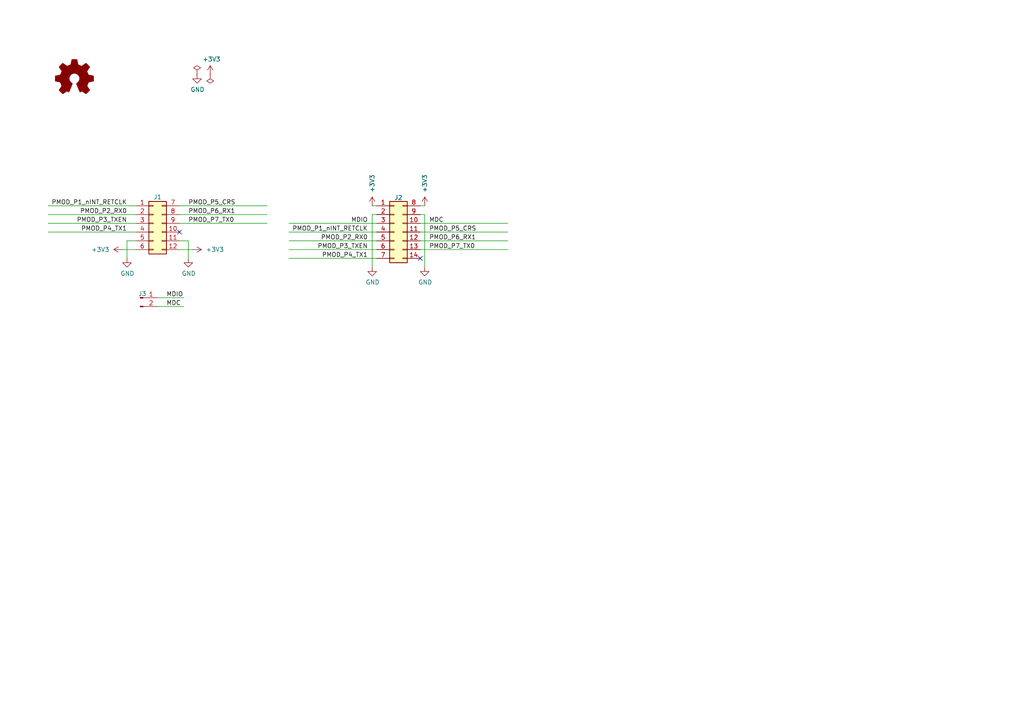
<source format=kicad_sch>
(kicad_sch (version 20230121) (generator eeschema)

  (uuid e63e39d7-6ac0-4ffd-8aa3-1841a4541b55)

  (paper "A4")

  (title_block
    (title "Pmod Matrix LED module")
    (date "2023-03-12")
    (rev "Rev.B")
    (company "Kenta IDA")
  )

  (lib_symbols
    (symbol "Connector:Conn_01x02_Pin" (pin_names (offset 1.016) hide) (in_bom yes) (on_board yes)
      (property "Reference" "J" (at 0 2.54 0)
        (effects (font (size 1.27 1.27)))
      )
      (property "Value" "Conn_01x02_Pin" (at 0 -5.08 0)
        (effects (font (size 1.27 1.27)))
      )
      (property "Footprint" "" (at 0 0 0)
        (effects (font (size 1.27 1.27)) hide)
      )
      (property "Datasheet" "~" (at 0 0 0)
        (effects (font (size 1.27 1.27)) hide)
      )
      (property "ki_locked" "" (at 0 0 0)
        (effects (font (size 1.27 1.27)))
      )
      (property "ki_keywords" "connector" (at 0 0 0)
        (effects (font (size 1.27 1.27)) hide)
      )
      (property "ki_description" "Generic connector, single row, 01x02, script generated" (at 0 0 0)
        (effects (font (size 1.27 1.27)) hide)
      )
      (property "ki_fp_filters" "Connector*:*_1x??_*" (at 0 0 0)
        (effects (font (size 1.27 1.27)) hide)
      )
      (symbol "Conn_01x02_Pin_1_1"
        (polyline
          (pts
            (xy 1.27 -2.54)
            (xy 0.8636 -2.54)
          )
          (stroke (width 0.1524) (type default))
          (fill (type none))
        )
        (polyline
          (pts
            (xy 1.27 0)
            (xy 0.8636 0)
          )
          (stroke (width 0.1524) (type default))
          (fill (type none))
        )
        (rectangle (start 0.8636 -2.413) (end 0 -2.667)
          (stroke (width 0.1524) (type default))
          (fill (type outline))
        )
        (rectangle (start 0.8636 0.127) (end 0 -0.127)
          (stroke (width 0.1524) (type default))
          (fill (type outline))
        )
        (pin passive line (at 5.08 0 180) (length 3.81)
          (name "Pin_1" (effects (font (size 1.27 1.27))))
          (number "1" (effects (font (size 1.27 1.27))))
        )
        (pin passive line (at 5.08 -2.54 180) (length 3.81)
          (name "Pin_2" (effects (font (size 1.27 1.27))))
          (number "2" (effects (font (size 1.27 1.27))))
        )
      )
    )
    (symbol "Connector_Generic:Conn_02x06_Top_Bottom" (pin_names (offset 1.016) hide) (in_bom yes) (on_board yes)
      (property "Reference" "J" (at 1.27 7.62 0)
        (effects (font (size 1.27 1.27)))
      )
      (property "Value" "Conn_02x06_Top_Bottom" (at 1.27 -10.16 0)
        (effects (font (size 1.27 1.27)))
      )
      (property "Footprint" "" (at 0 0 0)
        (effects (font (size 1.27 1.27)) hide)
      )
      (property "Datasheet" "~" (at 0 0 0)
        (effects (font (size 1.27 1.27)) hide)
      )
      (property "ki_keywords" "connector" (at 0 0 0)
        (effects (font (size 1.27 1.27)) hide)
      )
      (property "ki_description" "Generic connector, double row, 02x06, top/bottom pin numbering scheme (row 1: 1...pins_per_row, row2: pins_per_row+1 ... num_pins), script generated (kicad-library-utils/schlib/autogen/connector/)" (at 0 0 0)
        (effects (font (size 1.27 1.27)) hide)
      )
      (property "ki_fp_filters" "Connector*:*_2x??_*" (at 0 0 0)
        (effects (font (size 1.27 1.27)) hide)
      )
      (symbol "Conn_02x06_Top_Bottom_1_1"
        (rectangle (start -1.27 -7.493) (end 0 -7.747)
          (stroke (width 0.1524) (type default))
          (fill (type none))
        )
        (rectangle (start -1.27 -4.953) (end 0 -5.207)
          (stroke (width 0.1524) (type default))
          (fill (type none))
        )
        (rectangle (start -1.27 -2.413) (end 0 -2.667)
          (stroke (width 0.1524) (type default))
          (fill (type none))
        )
        (rectangle (start -1.27 0.127) (end 0 -0.127)
          (stroke (width 0.1524) (type default))
          (fill (type none))
        )
        (rectangle (start -1.27 2.667) (end 0 2.413)
          (stroke (width 0.1524) (type default))
          (fill (type none))
        )
        (rectangle (start -1.27 5.207) (end 0 4.953)
          (stroke (width 0.1524) (type default))
          (fill (type none))
        )
        (rectangle (start -1.27 6.35) (end 3.81 -8.89)
          (stroke (width 0.254) (type default))
          (fill (type background))
        )
        (rectangle (start 3.81 -7.493) (end 2.54 -7.747)
          (stroke (width 0.1524) (type default))
          (fill (type none))
        )
        (rectangle (start 3.81 -4.953) (end 2.54 -5.207)
          (stroke (width 0.1524) (type default))
          (fill (type none))
        )
        (rectangle (start 3.81 -2.413) (end 2.54 -2.667)
          (stroke (width 0.1524) (type default))
          (fill (type none))
        )
        (rectangle (start 3.81 0.127) (end 2.54 -0.127)
          (stroke (width 0.1524) (type default))
          (fill (type none))
        )
        (rectangle (start 3.81 2.667) (end 2.54 2.413)
          (stroke (width 0.1524) (type default))
          (fill (type none))
        )
        (rectangle (start 3.81 5.207) (end 2.54 4.953)
          (stroke (width 0.1524) (type default))
          (fill (type none))
        )
        (pin passive line (at -5.08 5.08 0) (length 3.81)
          (name "Pin_1" (effects (font (size 1.27 1.27))))
          (number "1" (effects (font (size 1.27 1.27))))
        )
        (pin passive line (at 7.62 -2.54 180) (length 3.81)
          (name "Pin_10" (effects (font (size 1.27 1.27))))
          (number "10" (effects (font (size 1.27 1.27))))
        )
        (pin passive line (at 7.62 -5.08 180) (length 3.81)
          (name "Pin_11" (effects (font (size 1.27 1.27))))
          (number "11" (effects (font (size 1.27 1.27))))
        )
        (pin passive line (at 7.62 -7.62 180) (length 3.81)
          (name "Pin_12" (effects (font (size 1.27 1.27))))
          (number "12" (effects (font (size 1.27 1.27))))
        )
        (pin passive line (at -5.08 2.54 0) (length 3.81)
          (name "Pin_2" (effects (font (size 1.27 1.27))))
          (number "2" (effects (font (size 1.27 1.27))))
        )
        (pin passive line (at -5.08 0 0) (length 3.81)
          (name "Pin_3" (effects (font (size 1.27 1.27))))
          (number "3" (effects (font (size 1.27 1.27))))
        )
        (pin passive line (at -5.08 -2.54 0) (length 3.81)
          (name "Pin_4" (effects (font (size 1.27 1.27))))
          (number "4" (effects (font (size 1.27 1.27))))
        )
        (pin passive line (at -5.08 -5.08 0) (length 3.81)
          (name "Pin_5" (effects (font (size 1.27 1.27))))
          (number "5" (effects (font (size 1.27 1.27))))
        )
        (pin passive line (at -5.08 -7.62 0) (length 3.81)
          (name "Pin_6" (effects (font (size 1.27 1.27))))
          (number "6" (effects (font (size 1.27 1.27))))
        )
        (pin passive line (at 7.62 5.08 180) (length 3.81)
          (name "Pin_7" (effects (font (size 1.27 1.27))))
          (number "7" (effects (font (size 1.27 1.27))))
        )
        (pin passive line (at 7.62 2.54 180) (length 3.81)
          (name "Pin_8" (effects (font (size 1.27 1.27))))
          (number "8" (effects (font (size 1.27 1.27))))
        )
        (pin passive line (at 7.62 0 180) (length 3.81)
          (name "Pin_9" (effects (font (size 1.27 1.27))))
          (number "9" (effects (font (size 1.27 1.27))))
        )
      )
    )
    (symbol "Connector_Generic:Conn_02x07_Top_Bottom" (pin_names (offset 1.016) hide) (in_bom yes) (on_board yes)
      (property "Reference" "J" (at 1.27 10.16 0)
        (effects (font (size 1.27 1.27)))
      )
      (property "Value" "Conn_02x07_Top_Bottom" (at 1.27 -10.16 0)
        (effects (font (size 1.27 1.27)))
      )
      (property "Footprint" "" (at 0 0 0)
        (effects (font (size 1.27 1.27)) hide)
      )
      (property "Datasheet" "~" (at 0 0 0)
        (effects (font (size 1.27 1.27)) hide)
      )
      (property "ki_keywords" "connector" (at 0 0 0)
        (effects (font (size 1.27 1.27)) hide)
      )
      (property "ki_description" "Generic connector, double row, 02x07, top/bottom pin numbering scheme (row 1: 1...pins_per_row, row2: pins_per_row+1 ... num_pins), script generated (kicad-library-utils/schlib/autogen/connector/)" (at 0 0 0)
        (effects (font (size 1.27 1.27)) hide)
      )
      (property "ki_fp_filters" "Connector*:*_2x??_*" (at 0 0 0)
        (effects (font (size 1.27 1.27)) hide)
      )
      (symbol "Conn_02x07_Top_Bottom_1_1"
        (rectangle (start -1.27 -7.493) (end 0 -7.747)
          (stroke (width 0.1524) (type default))
          (fill (type none))
        )
        (rectangle (start -1.27 -4.953) (end 0 -5.207)
          (stroke (width 0.1524) (type default))
          (fill (type none))
        )
        (rectangle (start -1.27 -2.413) (end 0 -2.667)
          (stroke (width 0.1524) (type default))
          (fill (type none))
        )
        (rectangle (start -1.27 0.127) (end 0 -0.127)
          (stroke (width 0.1524) (type default))
          (fill (type none))
        )
        (rectangle (start -1.27 2.667) (end 0 2.413)
          (stroke (width 0.1524) (type default))
          (fill (type none))
        )
        (rectangle (start -1.27 5.207) (end 0 4.953)
          (stroke (width 0.1524) (type default))
          (fill (type none))
        )
        (rectangle (start -1.27 7.747) (end 0 7.493)
          (stroke (width 0.1524) (type default))
          (fill (type none))
        )
        (rectangle (start -1.27 8.89) (end 3.81 -8.89)
          (stroke (width 0.254) (type default))
          (fill (type background))
        )
        (rectangle (start 3.81 -7.493) (end 2.54 -7.747)
          (stroke (width 0.1524) (type default))
          (fill (type none))
        )
        (rectangle (start 3.81 -4.953) (end 2.54 -5.207)
          (stroke (width 0.1524) (type default))
          (fill (type none))
        )
        (rectangle (start 3.81 -2.413) (end 2.54 -2.667)
          (stroke (width 0.1524) (type default))
          (fill (type none))
        )
        (rectangle (start 3.81 0.127) (end 2.54 -0.127)
          (stroke (width 0.1524) (type default))
          (fill (type none))
        )
        (rectangle (start 3.81 2.667) (end 2.54 2.413)
          (stroke (width 0.1524) (type default))
          (fill (type none))
        )
        (rectangle (start 3.81 5.207) (end 2.54 4.953)
          (stroke (width 0.1524) (type default))
          (fill (type none))
        )
        (rectangle (start 3.81 7.747) (end 2.54 7.493)
          (stroke (width 0.1524) (type default))
          (fill (type none))
        )
        (pin passive line (at -5.08 7.62 0) (length 3.81)
          (name "Pin_1" (effects (font (size 1.27 1.27))))
          (number "1" (effects (font (size 1.27 1.27))))
        )
        (pin passive line (at 7.62 2.54 180) (length 3.81)
          (name "Pin_10" (effects (font (size 1.27 1.27))))
          (number "10" (effects (font (size 1.27 1.27))))
        )
        (pin passive line (at 7.62 0 180) (length 3.81)
          (name "Pin_11" (effects (font (size 1.27 1.27))))
          (number "11" (effects (font (size 1.27 1.27))))
        )
        (pin passive line (at 7.62 -2.54 180) (length 3.81)
          (name "Pin_12" (effects (font (size 1.27 1.27))))
          (number "12" (effects (font (size 1.27 1.27))))
        )
        (pin passive line (at 7.62 -5.08 180) (length 3.81)
          (name "Pin_13" (effects (font (size 1.27 1.27))))
          (number "13" (effects (font (size 1.27 1.27))))
        )
        (pin passive line (at 7.62 -7.62 180) (length 3.81)
          (name "Pin_14" (effects (font (size 1.27 1.27))))
          (number "14" (effects (font (size 1.27 1.27))))
        )
        (pin passive line (at -5.08 5.08 0) (length 3.81)
          (name "Pin_2" (effects (font (size 1.27 1.27))))
          (number "2" (effects (font (size 1.27 1.27))))
        )
        (pin passive line (at -5.08 2.54 0) (length 3.81)
          (name "Pin_3" (effects (font (size 1.27 1.27))))
          (number "3" (effects (font (size 1.27 1.27))))
        )
        (pin passive line (at -5.08 0 0) (length 3.81)
          (name "Pin_4" (effects (font (size 1.27 1.27))))
          (number "4" (effects (font (size 1.27 1.27))))
        )
        (pin passive line (at -5.08 -2.54 0) (length 3.81)
          (name "Pin_5" (effects (font (size 1.27 1.27))))
          (number "5" (effects (font (size 1.27 1.27))))
        )
        (pin passive line (at -5.08 -5.08 0) (length 3.81)
          (name "Pin_6" (effects (font (size 1.27 1.27))))
          (number "6" (effects (font (size 1.27 1.27))))
        )
        (pin passive line (at -5.08 -7.62 0) (length 3.81)
          (name "Pin_7" (effects (font (size 1.27 1.27))))
          (number "7" (effects (font (size 1.27 1.27))))
        )
        (pin passive line (at 7.62 7.62 180) (length 3.81)
          (name "Pin_8" (effects (font (size 1.27 1.27))))
          (number "8" (effects (font (size 1.27 1.27))))
        )
        (pin passive line (at 7.62 5.08 180) (length 3.81)
          (name "Pin_9" (effects (font (size 1.27 1.27))))
          (number "9" (effects (font (size 1.27 1.27))))
        )
      )
    )
    (symbol "Graphic:Logo_Open_Hardware_Small" (in_bom no) (on_board no)
      (property "Reference" "#SYM" (at 0 6.985 0)
        (effects (font (size 1.27 1.27)) hide)
      )
      (property "Value" "Logo_Open_Hardware_Small" (at 0 -5.715 0)
        (effects (font (size 1.27 1.27)) hide)
      )
      (property "Footprint" "" (at 0 0 0)
        (effects (font (size 1.27 1.27)) hide)
      )
      (property "Datasheet" "~" (at 0 0 0)
        (effects (font (size 1.27 1.27)) hide)
      )
      (property "Sim.Enable" "0" (at 0 0 0)
        (effects (font (size 1.27 1.27)) hide)
      )
      (property "ki_keywords" "Logo" (at 0 0 0)
        (effects (font (size 1.27 1.27)) hide)
      )
      (property "ki_description" "Open Hardware logo, small" (at 0 0 0)
        (effects (font (size 1.27 1.27)) hide)
      )
      (symbol "Logo_Open_Hardware_Small_0_1"
        (polyline
          (pts
            (xy 3.3528 -4.3434)
            (xy 3.302 -4.318)
            (xy 3.175 -4.2418)
            (xy 2.9972 -4.1148)
            (xy 2.7686 -3.9624)
            (xy 2.54 -3.81)
            (xy 2.3622 -3.7084)
            (xy 2.2352 -3.6068)
            (xy 2.1844 -3.5814)
            (xy 2.159 -3.6068)
            (xy 2.0574 -3.6576)
            (xy 1.905 -3.7338)
            (xy 1.8034 -3.7846)
            (xy 1.6764 -3.8354)
            (xy 1.6002 -3.8354)
            (xy 1.6002 -3.8354)
            (xy 1.5494 -3.7338)
            (xy 1.4732 -3.5306)
            (xy 1.3462 -3.302)
            (xy 1.2446 -3.0226)
            (xy 1.1176 -2.7178)
            (xy 0.9652 -2.413)
            (xy 0.8636 -2.1082)
            (xy 0.7366 -1.8288)
            (xy 0.6604 -1.6256)
            (xy 0.6096 -1.4732)
            (xy 0.5842 -1.397)
            (xy 0.5842 -1.397)
            (xy 0.6604 -1.3208)
            (xy 0.7874 -1.2446)
            (xy 1.0414 -1.016)
            (xy 1.2954 -0.6858)
            (xy 1.4478 -0.3302)
            (xy 1.524 0.0762)
            (xy 1.4732 0.4572)
            (xy 1.3208 0.8128)
            (xy 1.0668 1.143)
            (xy 0.762 1.3716)
            (xy 0.4064 1.524)
            (xy 0 1.5748)
            (xy -0.381 1.5494)
            (xy -0.7366 1.397)
            (xy -1.0668 1.143)
            (xy -1.2192 0.9906)
            (xy -1.397 0.6604)
            (xy -1.524 0.3048)
            (xy -1.524 0.2286)
            (xy -1.4986 -0.1778)
            (xy -1.397 -0.5334)
            (xy -1.1938 -0.8636)
            (xy -0.9144 -1.143)
            (xy -0.8636 -1.1684)
            (xy -0.7366 -1.27)
            (xy -0.635 -1.3462)
            (xy -0.5842 -1.397)
            (xy -1.0668 -2.5908)
            (xy -1.143 -2.794)
            (xy -1.2954 -3.1242)
            (xy -1.397 -3.4036)
            (xy -1.4986 -3.6322)
            (xy -1.5748 -3.7846)
            (xy -1.6002 -3.8354)
            (xy -1.6002 -3.8354)
            (xy -1.651 -3.8354)
            (xy -1.7272 -3.81)
            (xy -1.905 -3.7338)
            (xy -2.0066 -3.683)
            (xy -2.1336 -3.6068)
            (xy -2.2098 -3.5814)
            (xy -2.2606 -3.6068)
            (xy -2.3622 -3.683)
            (xy -2.54 -3.81)
            (xy -2.7686 -3.9624)
            (xy -2.9718 -4.0894)
            (xy -3.1496 -4.2164)
            (xy -3.302 -4.318)
            (xy -3.3528 -4.3434)
            (xy -3.3782 -4.3434)
            (xy -3.429 -4.318)
            (xy -3.5306 -4.2164)
            (xy -3.7084 -4.064)
            (xy -3.937 -3.8354)
            (xy -3.9624 -3.81)
            (xy -4.1656 -3.6068)
            (xy -4.318 -3.4544)
            (xy -4.4196 -3.3274)
            (xy -4.445 -3.2766)
            (xy -4.445 -3.2766)
            (xy -4.4196 -3.2258)
            (xy -4.318 -3.0734)
            (xy -4.2164 -2.8956)
            (xy -4.064 -2.667)
            (xy -3.6576 -2.0828)
            (xy -3.8862 -1.5494)
            (xy -3.937 -1.3716)
            (xy -4.0386 -1.1684)
            (xy -4.0894 -1.0414)
            (xy -4.1148 -0.9652)
            (xy -4.191 -0.9398)
            (xy -4.318 -0.9144)
            (xy -4.5466 -0.8636)
            (xy -4.8006 -0.8128)
            (xy -5.0546 -0.7874)
            (xy -5.2578 -0.7366)
            (xy -5.4356 -0.7112)
            (xy -5.5118 -0.6858)
            (xy -5.5118 -0.6858)
            (xy -5.5372 -0.635)
            (xy -5.5372 -0.5588)
            (xy -5.5372 -0.4318)
            (xy -5.5626 -0.2286)
            (xy -5.5626 0.0762)
            (xy -5.5626 0.127)
            (xy -5.5372 0.4064)
            (xy -5.5372 0.635)
            (xy -5.5372 0.762)
            (xy -5.5372 0.8382)
            (xy -5.5372 0.8382)
            (xy -5.461 0.8382)
            (xy -5.3086 0.889)
            (xy -5.08 0.9144)
            (xy -4.826 0.9652)
            (xy -4.8006 0.9906)
            (xy -4.5466 1.0414)
            (xy -4.318 1.0668)
            (xy -4.1656 1.1176)
            (xy -4.0894 1.143)
            (xy -4.0894 1.143)
            (xy -4.0386 1.2446)
            (xy -3.9624 1.4224)
            (xy -3.8608 1.6256)
            (xy -3.7846 1.8288)
            (xy -3.7084 2.0066)
            (xy -3.6576 2.159)
            (xy -3.6322 2.2098)
            (xy -3.6322 2.2098)
            (xy -3.683 2.286)
            (xy -3.7592 2.413)
            (xy -3.8862 2.5908)
            (xy -4.064 2.8194)
            (xy -4.064 2.8448)
            (xy -4.2164 3.0734)
            (xy -4.3434 3.2512)
            (xy -4.4196 3.3782)
            (xy -4.445 3.4544)
            (xy -4.445 3.4544)
            (xy -4.3942 3.5052)
            (xy -4.2926 3.6322)
            (xy -4.1148 3.81)
            (xy -3.937 4.0132)
            (xy -3.8608 4.064)
            (xy -3.6576 4.2926)
            (xy -3.5052 4.4196)
            (xy -3.4036 4.4958)
            (xy -3.3528 4.5212)
            (xy -3.3528 4.5212)
            (xy -3.302 4.4704)
            (xy -3.1496 4.3688)
            (xy -2.9718 4.2418)
            (xy -2.7432 4.0894)
            (xy -2.7178 4.0894)
            (xy -2.4892 3.937)
            (xy -2.3114 3.81)
            (xy -2.1844 3.7084)
            (xy -2.1336 3.683)
            (xy -2.1082 3.683)
            (xy -2.032 3.7084)
            (xy -1.8542 3.7592)
            (xy -1.6764 3.8354)
            (xy -1.4732 3.937)
            (xy -1.27 4.0132)
            (xy -1.143 4.064)
            (xy -1.0668 4.1148)
            (xy -1.0668 4.1148)
            (xy -1.0414 4.191)
            (xy -1.016 4.3434)
            (xy -0.9652 4.572)
            (xy -0.9144 4.8514)
            (xy -0.889 4.9022)
            (xy -0.8382 5.1562)
            (xy -0.8128 5.3848)
            (xy -0.7874 5.5372)
            (xy -0.762 5.588)
            (xy -0.7112 5.6134)
            (xy -0.5842 5.6134)
            (xy -0.4064 5.6134)
            (xy -0.1524 5.6134)
            (xy 0.0762 5.6134)
            (xy 0.3302 5.6134)
            (xy 0.5334 5.6134)
            (xy 0.6858 5.588)
            (xy 0.7366 5.588)
            (xy 0.7366 5.588)
            (xy 0.762 5.5118)
            (xy 0.8128 5.334)
            (xy 0.8382 5.1054)
            (xy 0.9144 4.826)
            (xy 0.9144 4.7752)
            (xy 0.9652 4.5212)
            (xy 1.016 4.2926)
            (xy 1.0414 4.1402)
            (xy 1.0668 4.0894)
            (xy 1.0668 4.0894)
            (xy 1.1938 4.0386)
            (xy 1.3716 3.9624)
            (xy 1.5748 3.8608)
            (xy 2.0828 3.6576)
            (xy 2.7178 4.0894)
            (xy 2.7686 4.1402)
            (xy 2.9972 4.2926)
            (xy 3.175 4.4196)
            (xy 3.302 4.4958)
            (xy 3.3782 4.5212)
            (xy 3.3782 4.5212)
            (xy 3.429 4.4704)
            (xy 3.556 4.3434)
            (xy 3.7338 4.191)
            (xy 3.9116 3.9878)
            (xy 4.064 3.8354)
            (xy 4.2418 3.6576)
            (xy 4.3434 3.556)
            (xy 4.4196 3.4798)
            (xy 4.4196 3.429)
            (xy 4.4196 3.4036)
            (xy 4.3942 3.3274)
            (xy 4.2926 3.2004)
            (xy 4.1656 2.9972)
            (xy 4.0132 2.794)
            (xy 3.8862 2.5908)
            (xy 3.7592 2.3876)
            (xy 3.6576 2.2352)
            (xy 3.6322 2.159)
            (xy 3.6322 2.1336)
            (xy 3.683 2.0066)
            (xy 3.7592 1.8288)
            (xy 3.8608 1.6002)
            (xy 4.064 1.1176)
            (xy 4.3942 1.0414)
            (xy 4.5974 1.016)
            (xy 4.8768 0.9652)
            (xy 5.1308 0.9144)
            (xy 5.5372 0.8382)
            (xy 5.5626 -0.6604)
            (xy 5.4864 -0.6858)
            (xy 5.4356 -0.6858)
            (xy 5.2832 -0.7366)
            (xy 5.0546 -0.762)
            (xy 4.8006 -0.8128)
            (xy 4.5974 -0.8636)
            (xy 4.3688 -0.9144)
            (xy 4.2164 -0.9398)
            (xy 4.1402 -0.9398)
            (xy 4.1148 -0.9652)
            (xy 4.064 -1.0668)
            (xy 3.9878 -1.2446)
            (xy 3.9116 -1.4478)
            (xy 3.81 -1.651)
            (xy 3.7338 -1.8542)
            (xy 3.683 -2.0066)
            (xy 3.6576 -2.0828)
            (xy 3.683 -2.1336)
            (xy 3.7846 -2.2606)
            (xy 3.8862 -2.4638)
            (xy 4.0386 -2.667)
            (xy 4.191 -2.8956)
            (xy 4.318 -3.0734)
            (xy 4.3942 -3.2004)
            (xy 4.445 -3.2766)
            (xy 4.4196 -3.3274)
            (xy 4.3434 -3.429)
            (xy 4.1656 -3.5814)
            (xy 3.937 -3.8354)
            (xy 3.8862 -3.8608)
            (xy 3.683 -4.064)
            (xy 3.5306 -4.2164)
            (xy 3.4036 -4.318)
            (xy 3.3528 -4.3434)
          )
          (stroke (width 0) (type default))
          (fill (type outline))
        )
      )
    )
    (symbol "power:+3V3" (power) (pin_names (offset 0)) (in_bom yes) (on_board yes)
      (property "Reference" "#PWR" (at 0 -3.81 0)
        (effects (font (size 1.27 1.27)) hide)
      )
      (property "Value" "+3V3" (at 0 3.556 0)
        (effects (font (size 1.27 1.27)))
      )
      (property "Footprint" "" (at 0 0 0)
        (effects (font (size 1.27 1.27)) hide)
      )
      (property "Datasheet" "" (at 0 0 0)
        (effects (font (size 1.27 1.27)) hide)
      )
      (property "ki_keywords" "global power" (at 0 0 0)
        (effects (font (size 1.27 1.27)) hide)
      )
      (property "ki_description" "Power symbol creates a global label with name \"+3V3\"" (at 0 0 0)
        (effects (font (size 1.27 1.27)) hide)
      )
      (symbol "+3V3_0_1"
        (polyline
          (pts
            (xy -0.762 1.27)
            (xy 0 2.54)
          )
          (stroke (width 0) (type default))
          (fill (type none))
        )
        (polyline
          (pts
            (xy 0 0)
            (xy 0 2.54)
          )
          (stroke (width 0) (type default))
          (fill (type none))
        )
        (polyline
          (pts
            (xy 0 2.54)
            (xy 0.762 1.27)
          )
          (stroke (width 0) (type default))
          (fill (type none))
        )
      )
      (symbol "+3V3_1_1"
        (pin power_in line (at 0 0 90) (length 0) hide
          (name "+3V3" (effects (font (size 1.27 1.27))))
          (number "1" (effects (font (size 1.27 1.27))))
        )
      )
    )
    (symbol "power:GND" (power) (pin_names (offset 0)) (in_bom yes) (on_board yes)
      (property "Reference" "#PWR" (at 0 -6.35 0)
        (effects (font (size 1.27 1.27)) hide)
      )
      (property "Value" "GND" (at 0 -3.81 0)
        (effects (font (size 1.27 1.27)))
      )
      (property "Footprint" "" (at 0 0 0)
        (effects (font (size 1.27 1.27)) hide)
      )
      (property "Datasheet" "" (at 0 0 0)
        (effects (font (size 1.27 1.27)) hide)
      )
      (property "ki_keywords" "global power" (at 0 0 0)
        (effects (font (size 1.27 1.27)) hide)
      )
      (property "ki_description" "Power symbol creates a global label with name \"GND\" , ground" (at 0 0 0)
        (effects (font (size 1.27 1.27)) hide)
      )
      (symbol "GND_0_1"
        (polyline
          (pts
            (xy 0 0)
            (xy 0 -1.27)
            (xy 1.27 -1.27)
            (xy 0 -2.54)
            (xy -1.27 -1.27)
            (xy 0 -1.27)
          )
          (stroke (width 0) (type default))
          (fill (type none))
        )
      )
      (symbol "GND_1_1"
        (pin power_in line (at 0 0 270) (length 0) hide
          (name "GND" (effects (font (size 1.27 1.27))))
          (number "1" (effects (font (size 1.27 1.27))))
        )
      )
    )
    (symbol "power:PWR_FLAG" (power) (pin_numbers hide) (pin_names (offset 0) hide) (in_bom yes) (on_board yes)
      (property "Reference" "#FLG" (at 0 1.905 0)
        (effects (font (size 1.27 1.27)) hide)
      )
      (property "Value" "PWR_FLAG" (at 0 3.81 0)
        (effects (font (size 1.27 1.27)))
      )
      (property "Footprint" "" (at 0 0 0)
        (effects (font (size 1.27 1.27)) hide)
      )
      (property "Datasheet" "~" (at 0 0 0)
        (effects (font (size 1.27 1.27)) hide)
      )
      (property "ki_keywords" "flag power" (at 0 0 0)
        (effects (font (size 1.27 1.27)) hide)
      )
      (property "ki_description" "Special symbol for telling ERC where power comes from" (at 0 0 0)
        (effects (font (size 1.27 1.27)) hide)
      )
      (symbol "PWR_FLAG_0_0"
        (pin power_out line (at 0 0 90) (length 0)
          (name "pwr" (effects (font (size 1.27 1.27))))
          (number "1" (effects (font (size 1.27 1.27))))
        )
      )
      (symbol "PWR_FLAG_0_1"
        (polyline
          (pts
            (xy 0 0)
            (xy 0 1.27)
            (xy -1.016 1.905)
            (xy 0 2.54)
            (xy 1.016 1.905)
            (xy 0 1.27)
          )
          (stroke (width 0) (type default))
          (fill (type none))
        )
      )
    )
  )


  (no_connect (at 121.92 74.93) (uuid 0a1e82df-fb89-417a-80a5-b883a6b754ce))
  (no_connect (at 52.07 67.31) (uuid 8a1e1dcc-d87f-4a8e-afd5-9186c94ea6f7))

  (wire (pts (xy 52.07 72.39) (xy 55.88 72.39))
    (stroke (width 0) (type default))
    (uuid 02913d7e-917e-4e50-be77-fbbc59f63e4b)
  )
  (wire (pts (xy 54.61 74.93) (xy 54.61 69.85))
    (stroke (width 0) (type default))
    (uuid 0409d596-3e11-4e17-bf94-0ad6d11cf33f)
  )
  (wire (pts (xy 35.56 72.39) (xy 39.37 72.39))
    (stroke (width 0) (type default))
    (uuid 09b9ec06-9c48-45cc-971a-a5cf7e9c4e01)
  )
  (wire (pts (xy 39.37 69.85) (xy 36.83 69.85))
    (stroke (width 0) (type default))
    (uuid 09f28111-562f-4a25-8f68-4ee854a84d73)
  )
  (wire (pts (xy 121.92 62.23) (xy 123.19 62.23))
    (stroke (width 0) (type default))
    (uuid 10d6d3e1-b310-4066-b01a-da9cff90ec1c)
  )
  (wire (pts (xy 121.92 59.69) (xy 123.19 59.69))
    (stroke (width 0) (type default))
    (uuid 176f7b96-fab6-4f79-b572-4d5143c24da4)
  )
  (wire (pts (xy 121.92 64.77) (xy 147.32 64.77))
    (stroke (width 0) (type default))
    (uuid 27c8de94-dc53-4843-97f0-7fda14c3a925)
  )
  (wire (pts (xy 107.95 59.69) (xy 109.22 59.69))
    (stroke (width 0) (type default))
    (uuid 37d5ab19-3871-42e6-ae3b-9c44641b8ec5)
  )
  (wire (pts (xy 36.83 69.85) (xy 36.83 74.93))
    (stroke (width 0) (type default))
    (uuid 3e9e4983-8e90-4ecb-9cb6-18aaef3c10ef)
  )
  (wire (pts (xy 13.97 64.77) (xy 39.37 64.77))
    (stroke (width 0) (type default))
    (uuid 47191f65-7e91-48a1-841b-b6c01838799e)
  )
  (wire (pts (xy 121.92 67.31) (xy 147.32 67.31))
    (stroke (width 0) (type default))
    (uuid 5f91a29e-051f-4a18-8b48-43d59a59c46e)
  )
  (wire (pts (xy 45.72 88.9) (xy 53.34 88.9))
    (stroke (width 0) (type default))
    (uuid 6495a799-0db8-415d-8604-c232aaf2e3a3)
  )
  (wire (pts (xy 45.72 86.36) (xy 53.34 86.36))
    (stroke (width 0) (type default))
    (uuid 6709dfb4-3880-47c8-be5a-466898bb86f5)
  )
  (wire (pts (xy 83.82 67.31) (xy 109.22 67.31))
    (stroke (width 0) (type default))
    (uuid 7a24ec48-d918-4455-95c8-bc5296d00597)
  )
  (wire (pts (xy 13.97 62.23) (xy 39.37 62.23))
    (stroke (width 0) (type default))
    (uuid 7bc41a88-d3a2-4b57-a558-3dfe121a52cb)
  )
  (wire (pts (xy 83.82 69.85) (xy 109.22 69.85))
    (stroke (width 0) (type default))
    (uuid 83848225-7258-46bd-9999-acaf76bc6b8c)
  )
  (wire (pts (xy 107.95 62.23) (xy 109.22 62.23))
    (stroke (width 0) (type default))
    (uuid 8af1e6d6-5fbb-4b7e-a2cb-c9ec8493338e)
  )
  (wire (pts (xy 107.95 62.23) (xy 107.95 77.47))
    (stroke (width 0) (type default))
    (uuid 9334e0fb-808b-4615-94fe-02ffc60fd5ef)
  )
  (wire (pts (xy 83.82 64.77) (xy 109.22 64.77))
    (stroke (width 0) (type default))
    (uuid 965814f1-99e0-46e5-ab3c-dd7eea35f8dd)
  )
  (wire (pts (xy 121.92 72.39) (xy 147.32 72.39))
    (stroke (width 0) (type default))
    (uuid 9945cb0c-7cea-4174-91c3-cf91a3c0c0ac)
  )
  (wire (pts (xy 52.07 59.69) (xy 77.47 59.69))
    (stroke (width 0) (type default))
    (uuid 9d9ec191-7217-4931-9775-4a11f9afc4f5)
  )
  (wire (pts (xy 83.82 72.39) (xy 109.22 72.39))
    (stroke (width 0) (type default))
    (uuid bead82c7-bb4e-4eac-a428-b53fcb114a07)
  )
  (wire (pts (xy 123.19 62.23) (xy 123.19 77.47))
    (stroke (width 0) (type default))
    (uuid d98d989d-fa89-4ec6-8e7d-a3b6bd8ad6f4)
  )
  (wire (pts (xy 83.82 74.93) (xy 109.22 74.93))
    (stroke (width 0) (type default))
    (uuid d9954ae6-ad7a-4c69-885b-6abe66f7b363)
  )
  (wire (pts (xy 13.97 59.69) (xy 39.37 59.69))
    (stroke (width 0) (type default))
    (uuid e2f6748e-d34c-4d55-9434-03cf1e8e47c2)
  )
  (wire (pts (xy 54.61 69.85) (xy 52.07 69.85))
    (stroke (width 0) (type default))
    (uuid ee2b9d25-1f66-4964-9319-777d656765ba)
  )
  (wire (pts (xy 52.07 62.23) (xy 77.47 62.23))
    (stroke (width 0) (type default))
    (uuid f3c9a0b4-c3f8-4898-b3af-eae8001e8987)
  )
  (wire (pts (xy 13.97 67.31) (xy 39.37 67.31))
    (stroke (width 0) (type default))
    (uuid f6be51ab-d6e1-4c85-82ad-d81483d83109)
  )
  (wire (pts (xy 52.07 64.77) (xy 77.47 64.77))
    (stroke (width 0) (type default))
    (uuid fac33d7e-c44e-44ba-938a-689bf2cad28d)
  )
  (wire (pts (xy 121.92 69.85) (xy 147.32 69.85))
    (stroke (width 0) (type default))
    (uuid fe5c937e-0009-4248-8546-7d9fb78609df)
  )

  (label "PMOD_P6_RX1" (at 54.61 62.23 0) (fields_autoplaced)
    (effects (font (size 1.27 1.27)) (justify left bottom))
    (uuid 035b81dc-1947-4acd-a739-77699d4d1748)
  )
  (label "PMOD_P5_CRS" (at 54.61 59.69 0) (fields_autoplaced)
    (effects (font (size 1.27 1.27)) (justify left bottom))
    (uuid 0d7e810f-5c65-498f-a9a8-db9f24f5ef01)
  )
  (label "MDIO" (at 48.26 86.36 0) (fields_autoplaced)
    (effects (font (size 1.27 1.27)) (justify left bottom))
    (uuid 2e371694-aaa5-419a-afc2-81ada0ecf5bc)
  )
  (label "PMOD_P7_TX0" (at 54.61 64.77 0) (fields_autoplaced)
    (effects (font (size 1.27 1.27)) (justify left bottom))
    (uuid 2f287203-1b9b-4511-af1d-a51521cd873e)
  )
  (label "PMOD_P4_TX1" (at 106.68 74.93 180) (fields_autoplaced)
    (effects (font (size 1.27 1.27)) (justify right bottom))
    (uuid 33329b5e-87d1-4147-bb18-6caadc8aaa5e)
  )
  (label "MDIO" (at 106.68 64.77 180) (fields_autoplaced)
    (effects (font (size 1.27 1.27)) (justify right bottom))
    (uuid 42d837d2-42e6-4108-b591-31c51b2bf723)
  )
  (label "PMOD_P1_nINT_RETCLK" (at 106.68 67.31 180) (fields_autoplaced)
    (effects (font (size 1.27 1.27)) (justify right bottom))
    (uuid 537910b1-f566-4f11-87b4-3b5ffe06a7a6)
  )
  (label "MDC" (at 48.26 88.9 0) (fields_autoplaced)
    (effects (font (size 1.27 1.27)) (justify left bottom))
    (uuid 5ed996a9-6c31-4109-86f2-cc4b060ceb94)
  )
  (label "PMOD_P7_TX0" (at 124.46 72.39 0) (fields_autoplaced)
    (effects (font (size 1.27 1.27)) (justify left bottom))
    (uuid 9077f5d5-e4d4-4fc3-afbb-db78d693b8f1)
  )
  (label "PMOD_P3_TXEN" (at 106.68 72.39 180) (fields_autoplaced)
    (effects (font (size 1.27 1.27)) (justify right bottom))
    (uuid 91dce020-5c03-40e9-9835-0ff38571b0a6)
  )
  (label "MDC" (at 124.46 64.77 0) (fields_autoplaced)
    (effects (font (size 1.27 1.27)) (justify left bottom))
    (uuid a2f5093b-6007-4303-92e8-9a9bf232f790)
  )
  (label "PMOD_P2_RX0" (at 106.68 69.85 180) (fields_autoplaced)
    (effects (font (size 1.27 1.27)) (justify right bottom))
    (uuid a44b4ffa-16bc-4291-81f0-2c120603c881)
  )
  (label "PMOD_P4_TX1" (at 36.83 67.31 180) (fields_autoplaced)
    (effects (font (size 1.27 1.27)) (justify right bottom))
    (uuid cd40021a-bf97-4197-8637-8b4ad5d855e9)
  )
  (label "PMOD_P5_CRS" (at 124.46 67.31 0) (fields_autoplaced)
    (effects (font (size 1.27 1.27)) (justify left bottom))
    (uuid ea2a8fdb-0d00-47a5-bcfb-7efa8b1db07b)
  )
  (label "PMOD_P3_TXEN" (at 36.83 64.77 180) (fields_autoplaced)
    (effects (font (size 1.27 1.27)) (justify right bottom))
    (uuid f0012097-e44f-4ae4-a8bc-2035f36a4fdf)
  )
  (label "PMOD_P6_RX1" (at 124.46 69.85 0) (fields_autoplaced)
    (effects (font (size 1.27 1.27)) (justify left bottom))
    (uuid f03d5c5c-fe57-4a35-bb7b-f59b1c1662f4)
  )
  (label "PMOD_P1_nINT_RETCLK" (at 36.83 59.69 180) (fields_autoplaced)
    (effects (font (size 1.27 1.27)) (justify right bottom))
    (uuid f064785f-3b78-4096-a22f-9354fedac642)
  )
  (label "PMOD_P2_RX0" (at 36.83 62.23 180) (fields_autoplaced)
    (effects (font (size 1.27 1.27)) (justify right bottom))
    (uuid fcba7804-8bbe-49a5-b03a-954cab118d7b)
  )

  (symbol (lib_id "power:PWR_FLAG") (at 57.15 21.59 0) (unit 1)
    (in_bom yes) (on_board yes) (dnp no)
    (uuid 00000000-0000-0000-0000-00005bd6d312)
    (property "Reference" "#FLG01" (at 57.15 19.685 0)
      (effects (font (size 1.27 1.27)) hide)
    )
    (property "Value" "PWR_FLAG" (at 57.15 17.1704 0)
      (effects (font (size 1.27 1.27)) hide)
    )
    (property "Footprint" "" (at 57.15 21.59 0)
      (effects (font (size 1.27 1.27)) hide)
    )
    (property "Datasheet" "~" (at 57.15 21.59 0)
      (effects (font (size 1.27 1.27)) hide)
    )
    (pin "1" (uuid ca8f82f2-88a8-426c-8f24-a25219306dd1))
    (instances
      (project "Pmod_Adapter_Ethernet"
        (path "/e63e39d7-6ac0-4ffd-8aa3-1841a4541b55"
          (reference "#FLG01") (unit 1)
        )
      )
    )
  )

  (symbol (lib_id "power:GND") (at 57.15 21.59 0) (unit 1)
    (in_bom yes) (on_board yes) (dnp no)
    (uuid 00000000-0000-0000-0000-00005bd6d399)
    (property "Reference" "#PWR02" (at 57.15 27.94 0)
      (effects (font (size 1.27 1.27)) hide)
    )
    (property "Value" "GND" (at 57.277 25.9842 0)
      (effects (font (size 1.27 1.27)))
    )
    (property "Footprint" "" (at 57.15 21.59 0)
      (effects (font (size 1.27 1.27)) hide)
    )
    (property "Datasheet" "" (at 57.15 21.59 0)
      (effects (font (size 1.27 1.27)) hide)
    )
    (pin "1" (uuid ca4119e7-0ccd-4468-af69-690a2633ead6))
    (instances
      (project "Pmod_Adapter_Ethernet"
        (path "/e63e39d7-6ac0-4ffd-8aa3-1841a4541b55"
          (reference "#PWR02") (unit 1)
        )
      )
    )
  )

  (symbol (lib_id "power:+3V3") (at 60.96 21.59 0) (unit 1)
    (in_bom yes) (on_board yes) (dnp no)
    (uuid 00000000-0000-0000-0000-00005ed7287d)
    (property "Reference" "#PWR03" (at 60.96 25.4 0)
      (effects (font (size 1.27 1.27)) hide)
    )
    (property "Value" "+3V3" (at 61.341 17.1958 0)
      (effects (font (size 1.27 1.27)))
    )
    (property "Footprint" "" (at 60.96 21.59 0)
      (effects (font (size 1.27 1.27)) hide)
    )
    (property "Datasheet" "" (at 60.96 21.59 0)
      (effects (font (size 1.27 1.27)) hide)
    )
    (pin "1" (uuid 7fc5bab0-7e23-48c7-8069-9d335e1f094f))
    (instances
      (project "Pmod_Adapter_Ethernet"
        (path "/e63e39d7-6ac0-4ffd-8aa3-1841a4541b55"
          (reference "#PWR03") (unit 1)
        )
      )
    )
  )

  (symbol (lib_id "power:PWR_FLAG") (at 60.96 21.59 180) (unit 1)
    (in_bom yes) (on_board yes) (dnp no)
    (uuid 00000000-0000-0000-0000-00005ed729a8)
    (property "Reference" "#FLG02" (at 60.96 23.495 0)
      (effects (font (size 1.27 1.27)) hide)
    )
    (property "Value" "PWR_FLAG" (at 60.96 26.0096 0)
      (effects (font (size 1.27 1.27)) hide)
    )
    (property "Footprint" "" (at 60.96 21.59 0)
      (effects (font (size 1.27 1.27)) hide)
    )
    (property "Datasheet" "~" (at 60.96 21.59 0)
      (effects (font (size 1.27 1.27)) hide)
    )
    (pin "1" (uuid ad58f393-9ae7-4f86-afbb-9666afbf3eb9))
    (instances
      (project "Pmod_Adapter_Ethernet"
        (path "/e63e39d7-6ac0-4ffd-8aa3-1841a4541b55"
          (reference "#FLG02") (unit 1)
        )
      )
    )
  )

  (symbol (lib_id "Graphic:Logo_Open_Hardware_Small") (at 21.59 22.86 0) (unit 1)
    (in_bom yes) (on_board yes) (dnp no)
    (uuid 00000000-0000-0000-0000-00005f9633da)
    (property "Reference" "LOGO1" (at 21.59 15.875 0)
      (effects (font (size 1.27 1.27)) hide)
    )
    (property "Value" "Logo_Open_Hardware_Small" (at 21.59 28.575 0)
      (effects (font (size 1.27 1.27)) hide)
    )
    (property "Footprint" "local:logo" (at 21.59 22.86 0)
      (effects (font (size 1.27 1.27)) hide)
    )
    (property "Datasheet" "~" (at 21.59 22.86 0)
      (effects (font (size 1.27 1.27)) hide)
    )
    (property "Sim.Enable" "0" (at 21.59 22.86 0)
      (effects (font (size 1.27 1.27)) hide)
    )
    (instances
      (project "Pmod_Adapter_Ethernet"
        (path "/e63e39d7-6ac0-4ffd-8aa3-1841a4541b55"
          (reference "LOGO1") (unit 1)
        )
      )
    )
  )

  (symbol (lib_id "power:+3V3") (at 35.56 72.39 90) (unit 1)
    (in_bom yes) (on_board yes) (dnp no)
    (uuid 2c6a01ee-1cc0-4f0a-8e9e-dfbcde667563)
    (property "Reference" "#PWR01" (at 39.37 72.39 0)
      (effects (font (size 1.27 1.27)) hide)
    )
    (property "Value" "+3V3" (at 31.75 72.39 90)
      (effects (font (size 1.27 1.27)) (justify left))
    )
    (property "Footprint" "" (at 35.56 72.39 0)
      (effects (font (size 1.27 1.27)) hide)
    )
    (property "Datasheet" "" (at 35.56 72.39 0)
      (effects (font (size 1.27 1.27)) hide)
    )
    (pin "1" (uuid f143de41-aee9-4bd9-9f75-fcff4ef36a3c))
    (instances
      (project "Pmod_Adapter_Ethernet"
        (path "/e63e39d7-6ac0-4ffd-8aa3-1841a4541b55"
          (reference "#PWR01") (unit 1)
        )
      )
    )
  )

  (symbol (lib_id "power:+3V3") (at 107.95 59.69 0) (unit 1)
    (in_bom yes) (on_board yes) (dnp no)
    (uuid 2ff7bd8f-c213-4180-b7ed-d60461fde535)
    (property "Reference" "#PWR08" (at 107.95 63.5 0)
      (effects (font (size 1.27 1.27)) hide)
    )
    (property "Value" "+3V3" (at 107.95 55.88 90)
      (effects (font (size 1.27 1.27)) (justify left))
    )
    (property "Footprint" "" (at 107.95 59.69 0)
      (effects (font (size 1.27 1.27)) hide)
    )
    (property "Datasheet" "" (at 107.95 59.69 0)
      (effects (font (size 1.27 1.27)) hide)
    )
    (pin "1" (uuid 914a4164-83fe-4740-ace2-411af3e832a7))
    (instances
      (project "Pmod_Adapter_Ethernet"
        (path "/e63e39d7-6ac0-4ffd-8aa3-1841a4541b55"
          (reference "#PWR08") (unit 1)
        )
      )
    )
  )

  (symbol (lib_id "power:GND") (at 36.83 74.93 0) (unit 1)
    (in_bom yes) (on_board yes) (dnp no)
    (uuid 497062ac-bf45-4c9b-ad89-b1974bbecd1a)
    (property "Reference" "#PWR05" (at 36.83 81.28 0)
      (effects (font (size 1.27 1.27)) hide)
    )
    (property "Value" "GND" (at 36.957 79.3242 0)
      (effects (font (size 1.27 1.27)))
    )
    (property "Footprint" "" (at 36.83 74.93 0)
      (effects (font (size 1.27 1.27)) hide)
    )
    (property "Datasheet" "" (at 36.83 74.93 0)
      (effects (font (size 1.27 1.27)) hide)
    )
    (pin "1" (uuid a8ba7f97-4595-4eac-a179-bb24b7e23876))
    (instances
      (project "Pmod_Adapter_Ethernet"
        (path "/e63e39d7-6ac0-4ffd-8aa3-1841a4541b55"
          (reference "#PWR05") (unit 1)
        )
      )
    )
  )

  (symbol (lib_id "power:GND") (at 54.61 74.93 0) (unit 1)
    (in_bom yes) (on_board yes) (dnp no)
    (uuid 57a64999-1bec-4735-b9a8-3f758933cfcd)
    (property "Reference" "#PWR07" (at 54.61 81.28 0)
      (effects (font (size 1.27 1.27)) hide)
    )
    (property "Value" "GND" (at 54.737 79.3242 0)
      (effects (font (size 1.27 1.27)))
    )
    (property "Footprint" "" (at 54.61 74.93 0)
      (effects (font (size 1.27 1.27)) hide)
    )
    (property "Datasheet" "" (at 54.61 74.93 0)
      (effects (font (size 1.27 1.27)) hide)
    )
    (pin "1" (uuid 272702bc-2a72-4c1c-aec3-546d4e02b42c))
    (instances
      (project "Pmod_Adapter_Ethernet"
        (path "/e63e39d7-6ac0-4ffd-8aa3-1841a4541b55"
          (reference "#PWR07") (unit 1)
        )
      )
    )
  )

  (symbol (lib_id "power:GND") (at 107.95 77.47 0) (unit 1)
    (in_bom yes) (on_board yes) (dnp no)
    (uuid 69523c26-2b45-47a4-af4b-6680abcbaa2c)
    (property "Reference" "#PWR010" (at 107.95 83.82 0)
      (effects (font (size 1.27 1.27)) hide)
    )
    (property "Value" "GND" (at 108.077 81.8642 0)
      (effects (font (size 1.27 1.27)))
    )
    (property "Footprint" "" (at 107.95 77.47 0)
      (effects (font (size 1.27 1.27)) hide)
    )
    (property "Datasheet" "" (at 107.95 77.47 0)
      (effects (font (size 1.27 1.27)) hide)
    )
    (pin "1" (uuid 976d8783-c88a-40b9-90cf-c5545ba2964b))
    (instances
      (project "Pmod_Adapter_Ethernet"
        (path "/e63e39d7-6ac0-4ffd-8aa3-1841a4541b55"
          (reference "#PWR010") (unit 1)
        )
      )
    )
  )

  (symbol (lib_id "power:+3V3") (at 123.19 59.69 0) (unit 1)
    (in_bom yes) (on_board yes) (dnp no)
    (uuid 6e68e4b6-8d77-4420-b29f-3dc2147a3393)
    (property "Reference" "#PWR04" (at 123.19 63.5 0)
      (effects (font (size 1.27 1.27)) hide)
    )
    (property "Value" "+3V3" (at 123.19 55.88 90)
      (effects (font (size 1.27 1.27)) (justify left))
    )
    (property "Footprint" "" (at 123.19 59.69 0)
      (effects (font (size 1.27 1.27)) hide)
    )
    (property "Datasheet" "" (at 123.19 59.69 0)
      (effects (font (size 1.27 1.27)) hide)
    )
    (pin "1" (uuid cf702432-9171-452b-b06f-4674a208e6ca))
    (instances
      (project "Pmod_Adapter_Ethernet"
        (path "/e63e39d7-6ac0-4ffd-8aa3-1841a4541b55"
          (reference "#PWR04") (unit 1)
        )
      )
    )
  )

  (symbol (lib_id "power:GND") (at 123.19 77.47 0) (unit 1)
    (in_bom yes) (on_board yes) (dnp no)
    (uuid 92baa4f2-6521-4e78-9c19-aec1e275b43b)
    (property "Reference" "#PWR06" (at 123.19 83.82 0)
      (effects (font (size 1.27 1.27)) hide)
    )
    (property "Value" "GND" (at 123.317 81.8642 0)
      (effects (font (size 1.27 1.27)))
    )
    (property "Footprint" "" (at 123.19 77.47 0)
      (effects (font (size 1.27 1.27)) hide)
    )
    (property "Datasheet" "" (at 123.19 77.47 0)
      (effects (font (size 1.27 1.27)) hide)
    )
    (pin "1" (uuid 20bf7b31-0d21-46f7-9649-7a6108bbc707))
    (instances
      (project "Pmod_Adapter_Ethernet"
        (path "/e63e39d7-6ac0-4ffd-8aa3-1841a4541b55"
          (reference "#PWR06") (unit 1)
        )
      )
    )
  )

  (symbol (lib_id "Connector_Generic:Conn_02x07_Top_Bottom") (at 114.3 67.31 0) (unit 1)
    (in_bom yes) (on_board yes) (dnp no) (fields_autoplaced)
    (uuid a290462e-d30e-4563-805e-8904949c7984)
    (property "Reference" "J2" (at 115.57 57.3311 0)
      (effects (font (size 1.27 1.27)))
    )
    (property "Value" "Conn_02x07_Top_Bottom" (at 115.57 57.3311 0)
      (effects (font (size 1.27 1.27)) hide)
    )
    (property "Footprint" "local:Conn_WaveShare_Ethernet_Spec_D_Thin" (at 114.3 67.31 0)
      (effects (font (size 1.27 1.27)) hide)
    )
    (property "Datasheet" "~" (at 114.3 67.31 0)
      (effects (font (size 1.27 1.27)) hide)
    )
    (pin "1" (uuid 6d0d2290-5e1f-44a5-b56c-f3f9653be7a2))
    (pin "10" (uuid 24497405-33b1-4832-909c-9241ad540ccc))
    (pin "11" (uuid bd1c7d25-586b-4143-895b-2d3160d706c3))
    (pin "12" (uuid e594f04b-2f64-4eec-b3c6-2d8a4098eea3))
    (pin "13" (uuid 4dfaa866-0f72-4212-8281-bb7c8815974b))
    (pin "14" (uuid 7ddd8a89-d391-4ce9-ac4e-f8b94cef3985))
    (pin "2" (uuid 938a8f46-580b-4ede-80cf-0c2715becf9a))
    (pin "3" (uuid 42da78eb-de62-4e69-8877-70a41bc871d5))
    (pin "4" (uuid dc2c7a53-e455-47e3-9751-a0f08541399b))
    (pin "5" (uuid 4f4e490f-63d5-4432-922c-ee1b3e107e42))
    (pin "6" (uuid 688346dc-31ff-421c-be17-066ed36baa96))
    (pin "7" (uuid bacbd3d7-3bb6-4daf-ab4a-43d7e46d934c))
    (pin "8" (uuid 37f7e8b8-0973-4e27-8adf-2a1db7abde1b))
    (pin "9" (uuid 8c89efbd-d61c-432b-b7c6-e9511b7a03b7))
    (instances
      (project "Pmod_Adapter_Ethernet"
        (path "/e63e39d7-6ac0-4ffd-8aa3-1841a4541b55"
          (reference "J2") (unit 1)
        )
      )
    )
  )

  (symbol (lib_id "Connector_Generic:Conn_02x06_Top_Bottom") (at 44.45 64.77 0) (unit 1)
    (in_bom yes) (on_board yes) (dnp no)
    (uuid af25a666-a859-4b3e-85f0-ec12434274b4)
    (property "Reference" "J1" (at 45.72 57.15 0)
      (effects (font (size 1.27 1.27)))
    )
    (property "Value" "Conn_02x06_Top_Bottom" (at 45.72 57.15 0)
      (effects (font (size 1.27 1.27)) hide)
    )
    (property "Footprint" "local:Conn_Pmod_Spec_B_Thin" (at 44.45 64.77 0)
      (effects (font (size 1.27 1.27)) hide)
    )
    (property "Datasheet" "~" (at 44.45 64.77 0)
      (effects (font (size 1.27 1.27)) hide)
    )
    (pin "1" (uuid 811f1ce2-753e-4954-91f7-e8dc3c54257b))
    (pin "10" (uuid 8f99d6ea-f96b-40e6-9a04-4ab5fd0930b1))
    (pin "11" (uuid 5d5551e1-a33d-4104-8660-158dad8a6a57))
    (pin "12" (uuid 5bd8f6a8-f0cc-46ea-97b8-3533e0465690))
    (pin "2" (uuid eb3448b4-dd84-401f-9dd6-f2fe819b49e2))
    (pin "3" (uuid 361ae140-753c-4ffd-b5d6-dca1a35f40fd))
    (pin "4" (uuid 5c6ed10a-14c5-438c-b7ac-2130a5f620db))
    (pin "5" (uuid c993b6cb-25fb-4c6f-bb59-d48e438da83e))
    (pin "6" (uuid c8d1068b-1c54-4174-95c1-37a03dff9b1b))
    (pin "7" (uuid c49804c5-51c4-45fa-97ab-350536614ade))
    (pin "8" (uuid cb6006cd-c15a-4513-be5a-d8547623a083))
    (pin "9" (uuid 10445ca9-78d8-44a3-880e-46faca1204d4))
    (instances
      (project "Pmod_Adapter_Ethernet"
        (path "/e63e39d7-6ac0-4ffd-8aa3-1841a4541b55"
          (reference "J1") (unit 1)
        )
      )
    )
  )

  (symbol (lib_id "power:+3V3") (at 55.88 72.39 270) (unit 1)
    (in_bom yes) (on_board yes) (dnp no)
    (uuid b122387c-f151-4a47-8046-9d29b3a6845d)
    (property "Reference" "#PWR09" (at 52.07 72.39 0)
      (effects (font (size 1.27 1.27)) hide)
    )
    (property "Value" "+3V3" (at 59.69 72.39 90)
      (effects (font (size 1.27 1.27)) (justify left))
    )
    (property "Footprint" "" (at 55.88 72.39 0)
      (effects (font (size 1.27 1.27)) hide)
    )
    (property "Datasheet" "" (at 55.88 72.39 0)
      (effects (font (size 1.27 1.27)) hide)
    )
    (pin "1" (uuid 1f1ecef1-57cc-4344-9210-c00f6cffebc4))
    (instances
      (project "Pmod_Adapter_Ethernet"
        (path "/e63e39d7-6ac0-4ffd-8aa3-1841a4541b55"
          (reference "#PWR09") (unit 1)
        )
      )
    )
  )

  (symbol (lib_id "Connector:Conn_01x02_Pin") (at 40.64 86.36 0) (unit 1)
    (in_bom yes) (on_board yes) (dnp no) (fields_autoplaced)
    (uuid b5da2154-6cc7-41c4-a9f6-a7d26d57fc01)
    (property "Reference" "J3" (at 41.275 85.1949 0)
      (effects (font (size 1.27 1.27)))
    )
    (property "Value" "Conn_01x02_Pin" (at 41.275 85.1949 0)
      (effects (font (size 1.27 1.27)) hide)
    )
    (property "Footprint" "Connector_PinHeader_2.54mm_thin:PinHeader_1x02_P2.54mm_Vertical" (at 40.64 86.36 0)
      (effects (font (size 1.27 1.27)) hide)
    )
    (property "Datasheet" "~" (at 40.64 86.36 0)
      (effects (font (size 1.27 1.27)) hide)
    )
    (pin "1" (uuid 58bea6f6-4290-483e-89fc-8eacc7a19a45))
    (pin "2" (uuid fe13ae3c-39ac-4db0-bc37-4ee4bc7f60c7))
    (instances
      (project "Pmod_Adapter_Ethernet"
        (path "/e63e39d7-6ac0-4ffd-8aa3-1841a4541b55"
          (reference "J3") (unit 1)
        )
      )
    )
  )

  (sheet_instances
    (path "/" (page "1"))
  )
)

</source>
